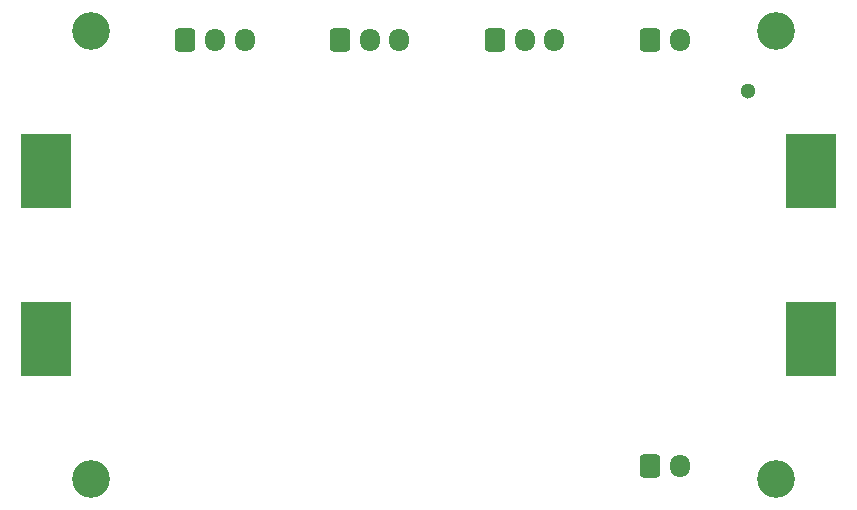
<source format=gbr>
%TF.GenerationSoftware,KiCad,Pcbnew,(6.0.2)*%
%TF.CreationDate,2022-04-08T09:52:01+08:00*%
%TF.ProjectId,NoiseAMP_BAT,4e6f6973-6541-44d5-905f-4241542e6b69,rev?*%
%TF.SameCoordinates,Original*%
%TF.FileFunction,Soldermask,Bot*%
%TF.FilePolarity,Negative*%
%FSLAX46Y46*%
G04 Gerber Fmt 4.6, Leading zero omitted, Abs format (unit mm)*
G04 Created by KiCad (PCBNEW (6.0.2)) date 2022-04-08 09:52:01*
%MOMM*%
%LPD*%
G01*
G04 APERTURE LIST*
G04 Aperture macros list*
%AMRoundRect*
0 Rectangle with rounded corners*
0 $1 Rounding radius*
0 $2 $3 $4 $5 $6 $7 $8 $9 X,Y pos of 4 corners*
0 Add a 4 corners polygon primitive as box body*
4,1,4,$2,$3,$4,$5,$6,$7,$8,$9,$2,$3,0*
0 Add four circle primitives for the rounded corners*
1,1,$1+$1,$2,$3*
1,1,$1+$1,$4,$5*
1,1,$1+$1,$6,$7*
1,1,$1+$1,$8,$9*
0 Add four rect primitives between the rounded corners*
20,1,$1+$1,$2,$3,$4,$5,0*
20,1,$1+$1,$4,$5,$6,$7,0*
20,1,$1+$1,$6,$7,$8,$9,0*
20,1,$1+$1,$8,$9,$2,$3,0*%
G04 Aperture macros list end*
%ADD10C,3.200000*%
%ADD11C,1.300000*%
%ADD12R,4.320000X6.350000*%
%ADD13RoundRect,0.250000X-0.600000X-0.725000X0.600000X-0.725000X0.600000X0.725000X-0.600000X0.725000X0*%
%ADD14O,1.700000X1.950000*%
G04 APERTURE END LIST*
D10*
%TO.C,H4*%
X100000000Y-87945500D03*
%TD*%
%TO.C,H3*%
X157958100Y-87945500D03*
%TD*%
%TO.C,H2*%
X157958100Y-50000000D03*
%TD*%
%TO.C,H1*%
X100000000Y-50000000D03*
%TD*%
D11*
%TO.C,U2*%
X155604000Y-55110889D03*
D12*
X160974000Y-61850889D03*
X96174000Y-61850889D03*
X160974000Y-76110889D03*
X96174000Y-76110889D03*
%TD*%
D13*
%TO.C,J5*%
X121106666Y-50800000D03*
D14*
X123606666Y-50800000D03*
X126106666Y-50800000D03*
%TD*%
D13*
%TO.C,J4*%
X147340000Y-86868000D03*
D14*
X149840000Y-86868000D03*
%TD*%
D13*
%TO.C,J3*%
X107990000Y-50800000D03*
D14*
X110490000Y-50800000D03*
X112990000Y-50800000D03*
%TD*%
D13*
%TO.C,J2*%
X134223332Y-50800000D03*
D14*
X136723332Y-50800000D03*
X139223332Y-50800000D03*
%TD*%
D13*
%TO.C,J1*%
X147340000Y-50800000D03*
D14*
X149840000Y-50800000D03*
%TD*%
M02*

</source>
